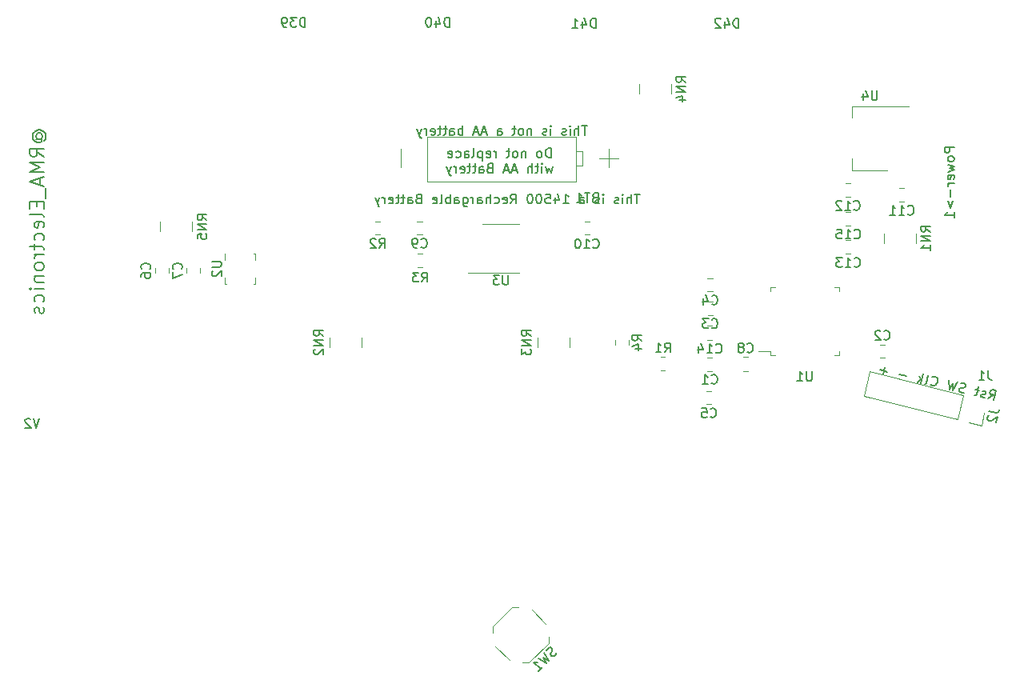
<source format=gbr>
G04 #@! TF.GenerationSoftware,KiCad,Pcbnew,(5.99.0-8823-g4657ca5d4f)*
G04 #@! TF.CreationDate,2021-02-07T20:13:51-06:00*
G04 #@! TF.ProjectId,BlueTeamCon,426c7565-5465-4616-9d43-6f6e2e6b6963,rev?*
G04 #@! TF.SameCoordinates,Original*
G04 #@! TF.FileFunction,Legend,Bot*
G04 #@! TF.FilePolarity,Positive*
%FSLAX46Y46*%
G04 Gerber Fmt 4.6, Leading zero omitted, Abs format (unit mm)*
G04 Created by KiCad (PCBNEW (5.99.0-8823-g4657ca5d4f)) date 2021-02-07 20:13:51*
%MOMM*%
%LPD*%
G01*
G04 APERTURE LIST*
%ADD10C,0.150000*%
%ADD11C,0.200000*%
%ADD12C,0.120000*%
G04 APERTURE END LIST*
D10*
X146528571Y-84047380D02*
X146528571Y-83047380D01*
X146290476Y-83047380D01*
X146147619Y-83095000D01*
X146052380Y-83190238D01*
X146004761Y-83285476D01*
X145957142Y-83475952D01*
X145957142Y-83618809D01*
X146004761Y-83809285D01*
X146052380Y-83904523D01*
X146147619Y-83999761D01*
X146290476Y-84047380D01*
X146528571Y-84047380D01*
X145385714Y-84047380D02*
X145480952Y-83999761D01*
X145528571Y-83952142D01*
X145576190Y-83856904D01*
X145576190Y-83571190D01*
X145528571Y-83475952D01*
X145480952Y-83428333D01*
X145385714Y-83380714D01*
X145242857Y-83380714D01*
X145147619Y-83428333D01*
X145100000Y-83475952D01*
X145052380Y-83571190D01*
X145052380Y-83856904D01*
X145100000Y-83952142D01*
X145147619Y-83999761D01*
X145242857Y-84047380D01*
X145385714Y-84047380D01*
X143861904Y-83380714D02*
X143861904Y-84047380D01*
X143861904Y-83475952D02*
X143814285Y-83428333D01*
X143719047Y-83380714D01*
X143576190Y-83380714D01*
X143480952Y-83428333D01*
X143433333Y-83523571D01*
X143433333Y-84047380D01*
X142814285Y-84047380D02*
X142909523Y-83999761D01*
X142957142Y-83952142D01*
X143004761Y-83856904D01*
X143004761Y-83571190D01*
X142957142Y-83475952D01*
X142909523Y-83428333D01*
X142814285Y-83380714D01*
X142671428Y-83380714D01*
X142576190Y-83428333D01*
X142528571Y-83475952D01*
X142480952Y-83571190D01*
X142480952Y-83856904D01*
X142528571Y-83952142D01*
X142576190Y-83999761D01*
X142671428Y-84047380D01*
X142814285Y-84047380D01*
X142195238Y-83380714D02*
X141814285Y-83380714D01*
X142052380Y-83047380D02*
X142052380Y-83904523D01*
X142004761Y-83999761D01*
X141909523Y-84047380D01*
X141814285Y-84047380D01*
X140719047Y-84047380D02*
X140719047Y-83380714D01*
X140719047Y-83571190D02*
X140671428Y-83475952D01*
X140623809Y-83428333D01*
X140528571Y-83380714D01*
X140433333Y-83380714D01*
X139719047Y-83999761D02*
X139814285Y-84047380D01*
X140004761Y-84047380D01*
X140100000Y-83999761D01*
X140147619Y-83904523D01*
X140147619Y-83523571D01*
X140100000Y-83428333D01*
X140004761Y-83380714D01*
X139814285Y-83380714D01*
X139719047Y-83428333D01*
X139671428Y-83523571D01*
X139671428Y-83618809D01*
X140147619Y-83714047D01*
X139242857Y-83380714D02*
X139242857Y-84380714D01*
X139242857Y-83428333D02*
X139147619Y-83380714D01*
X138957142Y-83380714D01*
X138861904Y-83428333D01*
X138814285Y-83475952D01*
X138766666Y-83571190D01*
X138766666Y-83856904D01*
X138814285Y-83952142D01*
X138861904Y-83999761D01*
X138957142Y-84047380D01*
X139147619Y-84047380D01*
X139242857Y-83999761D01*
X138195238Y-84047380D02*
X138290476Y-83999761D01*
X138338095Y-83904523D01*
X138338095Y-83047380D01*
X137385714Y-84047380D02*
X137385714Y-83523571D01*
X137433333Y-83428333D01*
X137528571Y-83380714D01*
X137719047Y-83380714D01*
X137814285Y-83428333D01*
X137385714Y-83999761D02*
X137480952Y-84047380D01*
X137719047Y-84047380D01*
X137814285Y-83999761D01*
X137861904Y-83904523D01*
X137861904Y-83809285D01*
X137814285Y-83714047D01*
X137719047Y-83666428D01*
X137480952Y-83666428D01*
X137385714Y-83618809D01*
X136480952Y-83999761D02*
X136576190Y-84047380D01*
X136766666Y-84047380D01*
X136861904Y-83999761D01*
X136909523Y-83952142D01*
X136957142Y-83856904D01*
X136957142Y-83571190D01*
X136909523Y-83475952D01*
X136861904Y-83428333D01*
X136766666Y-83380714D01*
X136576190Y-83380714D01*
X136480952Y-83428333D01*
X135671428Y-83999761D02*
X135766666Y-84047380D01*
X135957142Y-84047380D01*
X136052380Y-83999761D01*
X136100000Y-83904523D01*
X136100000Y-83523571D01*
X136052380Y-83428333D01*
X135957142Y-83380714D01*
X135766666Y-83380714D01*
X135671428Y-83428333D01*
X135623809Y-83523571D01*
X135623809Y-83618809D01*
X136100000Y-83714047D01*
X146719047Y-84990714D02*
X146528571Y-85657380D01*
X146338095Y-85181190D01*
X146147619Y-85657380D01*
X145957142Y-84990714D01*
X145576190Y-85657380D02*
X145576190Y-84990714D01*
X145576190Y-84657380D02*
X145623809Y-84705000D01*
X145576190Y-84752619D01*
X145528571Y-84705000D01*
X145576190Y-84657380D01*
X145576190Y-84752619D01*
X145242857Y-84990714D02*
X144861904Y-84990714D01*
X145100000Y-84657380D02*
X145100000Y-85514523D01*
X145052380Y-85609761D01*
X144957142Y-85657380D01*
X144861904Y-85657380D01*
X144528571Y-85657380D02*
X144528571Y-84657380D01*
X144100000Y-85657380D02*
X144100000Y-85133571D01*
X144147619Y-85038333D01*
X144242857Y-84990714D01*
X144385714Y-84990714D01*
X144480952Y-85038333D01*
X144528571Y-85085952D01*
X142909523Y-85371666D02*
X142433333Y-85371666D01*
X143004761Y-85657380D02*
X142671428Y-84657380D01*
X142338095Y-85657380D01*
X142052380Y-85371666D02*
X141576190Y-85371666D01*
X142147619Y-85657380D02*
X141814285Y-84657380D01*
X141480952Y-85657380D01*
X140052380Y-85133571D02*
X139909523Y-85181190D01*
X139861904Y-85228809D01*
X139814285Y-85324047D01*
X139814285Y-85466904D01*
X139861904Y-85562142D01*
X139909523Y-85609761D01*
X140004761Y-85657380D01*
X140385714Y-85657380D01*
X140385714Y-84657380D01*
X140052380Y-84657380D01*
X139957142Y-84705000D01*
X139909523Y-84752619D01*
X139861904Y-84847857D01*
X139861904Y-84943095D01*
X139909523Y-85038333D01*
X139957142Y-85085952D01*
X140052380Y-85133571D01*
X140385714Y-85133571D01*
X138957142Y-85657380D02*
X138957142Y-85133571D01*
X139004761Y-85038333D01*
X139100000Y-84990714D01*
X139290476Y-84990714D01*
X139385714Y-85038333D01*
X138957142Y-85609761D02*
X139052380Y-85657380D01*
X139290476Y-85657380D01*
X139385714Y-85609761D01*
X139433333Y-85514523D01*
X139433333Y-85419285D01*
X139385714Y-85324047D01*
X139290476Y-85276428D01*
X139052380Y-85276428D01*
X138957142Y-85228809D01*
X138623809Y-84990714D02*
X138242857Y-84990714D01*
X138480952Y-84657380D02*
X138480952Y-85514523D01*
X138433333Y-85609761D01*
X138338095Y-85657380D01*
X138242857Y-85657380D01*
X138052380Y-84990714D02*
X137671428Y-84990714D01*
X137909523Y-84657380D02*
X137909523Y-85514523D01*
X137861904Y-85609761D01*
X137766666Y-85657380D01*
X137671428Y-85657380D01*
X136957142Y-85609761D02*
X137052380Y-85657380D01*
X137242857Y-85657380D01*
X137338095Y-85609761D01*
X137385714Y-85514523D01*
X137385714Y-85133571D01*
X137338095Y-85038333D01*
X137242857Y-84990714D01*
X137052380Y-84990714D01*
X136957142Y-85038333D01*
X136909523Y-85133571D01*
X136909523Y-85228809D01*
X137385714Y-85324047D01*
X136480952Y-85657380D02*
X136480952Y-84990714D01*
X136480952Y-85181190D02*
X136433333Y-85085952D01*
X136385714Y-85038333D01*
X136290476Y-84990714D01*
X136195238Y-84990714D01*
X135957142Y-84990714D02*
X135719047Y-85657380D01*
X135480952Y-84990714D02*
X135719047Y-85657380D01*
X135814285Y-85895476D01*
X135861904Y-85943095D01*
X135957142Y-85990714D01*
X92409523Y-111652380D02*
X92076190Y-112652380D01*
X91742857Y-111652380D01*
X91457142Y-111747619D02*
X91409523Y-111700000D01*
X91314285Y-111652380D01*
X91076190Y-111652380D01*
X90980952Y-111700000D01*
X90933333Y-111747619D01*
X90885714Y-111842857D01*
X90885714Y-111938095D01*
X90933333Y-112080952D01*
X91504761Y-112652380D01*
X90885714Y-112652380D01*
X150373809Y-80652380D02*
X149802380Y-80652380D01*
X150088095Y-81652380D02*
X150088095Y-80652380D01*
X149469047Y-81652380D02*
X149469047Y-80652380D01*
X149040476Y-81652380D02*
X149040476Y-81128571D01*
X149088095Y-81033333D01*
X149183333Y-80985714D01*
X149326190Y-80985714D01*
X149421428Y-81033333D01*
X149469047Y-81080952D01*
X148564285Y-81652380D02*
X148564285Y-80985714D01*
X148564285Y-80652380D02*
X148611904Y-80700000D01*
X148564285Y-80747619D01*
X148516666Y-80700000D01*
X148564285Y-80652380D01*
X148564285Y-80747619D01*
X148135714Y-81604761D02*
X148040476Y-81652380D01*
X147850000Y-81652380D01*
X147754761Y-81604761D01*
X147707142Y-81509523D01*
X147707142Y-81461904D01*
X147754761Y-81366666D01*
X147850000Y-81319047D01*
X147992857Y-81319047D01*
X148088095Y-81271428D01*
X148135714Y-81176190D01*
X148135714Y-81128571D01*
X148088095Y-81033333D01*
X147992857Y-80985714D01*
X147850000Y-80985714D01*
X147754761Y-81033333D01*
X146516666Y-81652380D02*
X146516666Y-80985714D01*
X146516666Y-80652380D02*
X146564285Y-80700000D01*
X146516666Y-80747619D01*
X146469047Y-80700000D01*
X146516666Y-80652380D01*
X146516666Y-80747619D01*
X146088095Y-81604761D02*
X145992857Y-81652380D01*
X145802380Y-81652380D01*
X145707142Y-81604761D01*
X145659523Y-81509523D01*
X145659523Y-81461904D01*
X145707142Y-81366666D01*
X145802380Y-81319047D01*
X145945238Y-81319047D01*
X146040476Y-81271428D01*
X146088095Y-81176190D01*
X146088095Y-81128571D01*
X146040476Y-81033333D01*
X145945238Y-80985714D01*
X145802380Y-80985714D01*
X145707142Y-81033333D01*
X144469047Y-80985714D02*
X144469047Y-81652380D01*
X144469047Y-81080952D02*
X144421428Y-81033333D01*
X144326190Y-80985714D01*
X144183333Y-80985714D01*
X144088095Y-81033333D01*
X144040476Y-81128571D01*
X144040476Y-81652380D01*
X143421428Y-81652380D02*
X143516666Y-81604761D01*
X143564285Y-81557142D01*
X143611904Y-81461904D01*
X143611904Y-81176190D01*
X143564285Y-81080952D01*
X143516666Y-81033333D01*
X143421428Y-80985714D01*
X143278571Y-80985714D01*
X143183333Y-81033333D01*
X143135714Y-81080952D01*
X143088095Y-81176190D01*
X143088095Y-81461904D01*
X143135714Y-81557142D01*
X143183333Y-81604761D01*
X143278571Y-81652380D01*
X143421428Y-81652380D01*
X142802380Y-80985714D02*
X142421428Y-80985714D01*
X142659523Y-80652380D02*
X142659523Y-81509523D01*
X142611904Y-81604761D01*
X142516666Y-81652380D01*
X142421428Y-81652380D01*
X140897619Y-81652380D02*
X140897619Y-81128571D01*
X140945238Y-81033333D01*
X141040476Y-80985714D01*
X141230952Y-80985714D01*
X141326190Y-81033333D01*
X140897619Y-81604761D02*
X140992857Y-81652380D01*
X141230952Y-81652380D01*
X141326190Y-81604761D01*
X141373809Y-81509523D01*
X141373809Y-81414285D01*
X141326190Y-81319047D01*
X141230952Y-81271428D01*
X140992857Y-81271428D01*
X140897619Y-81223809D01*
X139707142Y-81366666D02*
X139230952Y-81366666D01*
X139802380Y-81652380D02*
X139469047Y-80652380D01*
X139135714Y-81652380D01*
X138850000Y-81366666D02*
X138373809Y-81366666D01*
X138945238Y-81652380D02*
X138611904Y-80652380D01*
X138278571Y-81652380D01*
X137183333Y-81652380D02*
X137183333Y-80652380D01*
X137183333Y-81033333D02*
X137088095Y-80985714D01*
X136897619Y-80985714D01*
X136802380Y-81033333D01*
X136754761Y-81080952D01*
X136707142Y-81176190D01*
X136707142Y-81461904D01*
X136754761Y-81557142D01*
X136802380Y-81604761D01*
X136897619Y-81652380D01*
X137088095Y-81652380D01*
X137183333Y-81604761D01*
X135850000Y-81652380D02*
X135850000Y-81128571D01*
X135897619Y-81033333D01*
X135992857Y-80985714D01*
X136183333Y-80985714D01*
X136278571Y-81033333D01*
X135850000Y-81604761D02*
X135945238Y-81652380D01*
X136183333Y-81652380D01*
X136278571Y-81604761D01*
X136326190Y-81509523D01*
X136326190Y-81414285D01*
X136278571Y-81319047D01*
X136183333Y-81271428D01*
X135945238Y-81271428D01*
X135850000Y-81223809D01*
X135516666Y-80985714D02*
X135135714Y-80985714D01*
X135373809Y-80652380D02*
X135373809Y-81509523D01*
X135326190Y-81604761D01*
X135230952Y-81652380D01*
X135135714Y-81652380D01*
X134945238Y-80985714D02*
X134564285Y-80985714D01*
X134802380Y-80652380D02*
X134802380Y-81509523D01*
X134754761Y-81604761D01*
X134659523Y-81652380D01*
X134564285Y-81652380D01*
X133850000Y-81604761D02*
X133945238Y-81652380D01*
X134135714Y-81652380D01*
X134230952Y-81604761D01*
X134278571Y-81509523D01*
X134278571Y-81128571D01*
X134230952Y-81033333D01*
X134135714Y-80985714D01*
X133945238Y-80985714D01*
X133850000Y-81033333D01*
X133802380Y-81128571D01*
X133802380Y-81223809D01*
X134278571Y-81319047D01*
X133373809Y-81652380D02*
X133373809Y-80985714D01*
X133373809Y-81176190D02*
X133326190Y-81080952D01*
X133278571Y-81033333D01*
X133183333Y-80985714D01*
X133088095Y-80985714D01*
X132850000Y-80985714D02*
X132611904Y-81652380D01*
X132373809Y-80985714D02*
X132611904Y-81652380D01*
X132707142Y-81890476D01*
X132754761Y-81938095D01*
X132850000Y-81985714D01*
D11*
X192829068Y-109556136D02*
X193277217Y-109170883D01*
X193413690Y-109691106D02*
X193638641Y-108716736D01*
X193248893Y-108626756D01*
X193140744Y-108650659D01*
X193081313Y-108685810D01*
X193011171Y-108767360D01*
X192979035Y-108906556D01*
X193006330Y-109010600D01*
X193044336Y-109068246D01*
X193131061Y-109137140D01*
X193520809Y-109227121D01*
X192450031Y-109419757D02*
X192341883Y-109443660D01*
X192147008Y-109398670D01*
X192060283Y-109329776D01*
X192032989Y-109225732D01*
X192043701Y-109179333D01*
X192113843Y-109097783D01*
X192221992Y-109073880D01*
X192368148Y-109107623D01*
X192476297Y-109083719D01*
X192546439Y-109002169D01*
X192557151Y-108955771D01*
X192529856Y-108851726D01*
X192443131Y-108782833D01*
X192296976Y-108749090D01*
X192188827Y-108772993D01*
X191858509Y-108647862D02*
X191468761Y-108557881D01*
X191787338Y-108289329D02*
X191594522Y-109124504D01*
X191524380Y-109206053D01*
X191416231Y-109229957D01*
X191318794Y-109207462D01*
X190257699Y-108913617D02*
X190100831Y-108926273D01*
X189857239Y-108870035D01*
X189770514Y-108801141D01*
X189732507Y-108743495D01*
X189705213Y-108639450D01*
X189726637Y-108546653D01*
X189796779Y-108465104D01*
X189856209Y-108429953D01*
X189964358Y-108406049D01*
X190169944Y-108404641D01*
X190278093Y-108380737D01*
X190337524Y-108345586D01*
X190407666Y-108264037D01*
X190429090Y-108171240D01*
X190401796Y-108067195D01*
X190363789Y-108009549D01*
X190277064Y-107940655D01*
X190033471Y-107884417D01*
X189876604Y-107897073D01*
X189546286Y-107771942D02*
X189077743Y-108690074D01*
X189043548Y-107949105D01*
X188687995Y-108600094D01*
X188669353Y-107569486D01*
X186711960Y-108046147D02*
X186749967Y-108103793D01*
X186885410Y-108183934D01*
X186982847Y-108206429D01*
X187139715Y-108193773D01*
X187258576Y-108123471D01*
X187328718Y-108041922D01*
X187420284Y-107867575D01*
X187452420Y-107728379D01*
X187446549Y-107531537D01*
X187419255Y-107427493D01*
X187343242Y-107312200D01*
X187207798Y-107232059D01*
X187110361Y-107209564D01*
X186953494Y-107222220D01*
X186894063Y-107257371D01*
X186105914Y-108003973D02*
X186214063Y-107980070D01*
X186284205Y-107898520D01*
X186477021Y-107063346D01*
X185716166Y-107913993D02*
X185941117Y-106939623D01*
X185704425Y-107520309D02*
X185326418Y-107824013D01*
X185476385Y-107174432D02*
X185780438Y-107635601D01*
X184194151Y-107171635D02*
X183414655Y-106991674D01*
X182147974Y-106699238D02*
X181368478Y-106519277D01*
X181672530Y-106980446D02*
X181843922Y-106238069D01*
D10*
X155923809Y-87902380D02*
X155352380Y-87902380D01*
X155638095Y-88902380D02*
X155638095Y-87902380D01*
X155019047Y-88902380D02*
X155019047Y-87902380D01*
X154590476Y-88902380D02*
X154590476Y-88378571D01*
X154638095Y-88283333D01*
X154733333Y-88235714D01*
X154876190Y-88235714D01*
X154971428Y-88283333D01*
X155019047Y-88330952D01*
X154114285Y-88902380D02*
X154114285Y-88235714D01*
X154114285Y-87902380D02*
X154161904Y-87950000D01*
X154114285Y-87997619D01*
X154066666Y-87950000D01*
X154114285Y-87902380D01*
X154114285Y-87997619D01*
X153685714Y-88854761D02*
X153590476Y-88902380D01*
X153400000Y-88902380D01*
X153304761Y-88854761D01*
X153257142Y-88759523D01*
X153257142Y-88711904D01*
X153304761Y-88616666D01*
X153400000Y-88569047D01*
X153542857Y-88569047D01*
X153638095Y-88521428D01*
X153685714Y-88426190D01*
X153685714Y-88378571D01*
X153638095Y-88283333D01*
X153542857Y-88235714D01*
X153400000Y-88235714D01*
X153304761Y-88283333D01*
X152066666Y-88902380D02*
X152066666Y-88235714D01*
X152066666Y-87902380D02*
X152114285Y-87950000D01*
X152066666Y-87997619D01*
X152019047Y-87950000D01*
X152066666Y-87902380D01*
X152066666Y-87997619D01*
X151638095Y-88854761D02*
X151542857Y-88902380D01*
X151352380Y-88902380D01*
X151257142Y-88854761D01*
X151209523Y-88759523D01*
X151209523Y-88711904D01*
X151257142Y-88616666D01*
X151352380Y-88569047D01*
X151495238Y-88569047D01*
X151590476Y-88521428D01*
X151638095Y-88426190D01*
X151638095Y-88378571D01*
X151590476Y-88283333D01*
X151495238Y-88235714D01*
X151352380Y-88235714D01*
X151257142Y-88283333D01*
X149590476Y-88902380D02*
X149590476Y-88378571D01*
X149638095Y-88283333D01*
X149733333Y-88235714D01*
X149923809Y-88235714D01*
X150019047Y-88283333D01*
X149590476Y-88854761D02*
X149685714Y-88902380D01*
X149923809Y-88902380D01*
X150019047Y-88854761D01*
X150066666Y-88759523D01*
X150066666Y-88664285D01*
X150019047Y-88569047D01*
X149923809Y-88521428D01*
X149685714Y-88521428D01*
X149590476Y-88473809D01*
X147828571Y-88902380D02*
X148400000Y-88902380D01*
X148114285Y-88902380D02*
X148114285Y-87902380D01*
X148209523Y-88045238D01*
X148304761Y-88140476D01*
X148400000Y-88188095D01*
X146971428Y-88235714D02*
X146971428Y-88902380D01*
X147209523Y-87854761D02*
X147447619Y-88569047D01*
X146828571Y-88569047D01*
X145971428Y-87902380D02*
X146447619Y-87902380D01*
X146495238Y-88378571D01*
X146447619Y-88330952D01*
X146352380Y-88283333D01*
X146114285Y-88283333D01*
X146019047Y-88330952D01*
X145971428Y-88378571D01*
X145923809Y-88473809D01*
X145923809Y-88711904D01*
X145971428Y-88807142D01*
X146019047Y-88854761D01*
X146114285Y-88902380D01*
X146352380Y-88902380D01*
X146447619Y-88854761D01*
X146495238Y-88807142D01*
X145304761Y-87902380D02*
X145209523Y-87902380D01*
X145114285Y-87950000D01*
X145066666Y-87997619D01*
X145019047Y-88092857D01*
X144971428Y-88283333D01*
X144971428Y-88521428D01*
X145019047Y-88711904D01*
X145066666Y-88807142D01*
X145114285Y-88854761D01*
X145209523Y-88902380D01*
X145304761Y-88902380D01*
X145400000Y-88854761D01*
X145447619Y-88807142D01*
X145495238Y-88711904D01*
X145542857Y-88521428D01*
X145542857Y-88283333D01*
X145495238Y-88092857D01*
X145447619Y-87997619D01*
X145400000Y-87950000D01*
X145304761Y-87902380D01*
X144352380Y-87902380D02*
X144257142Y-87902380D01*
X144161904Y-87950000D01*
X144114285Y-87997619D01*
X144066666Y-88092857D01*
X144019047Y-88283333D01*
X144019047Y-88521428D01*
X144066666Y-88711904D01*
X144114285Y-88807142D01*
X144161904Y-88854761D01*
X144257142Y-88902380D01*
X144352380Y-88902380D01*
X144447619Y-88854761D01*
X144495238Y-88807142D01*
X144542857Y-88711904D01*
X144590476Y-88521428D01*
X144590476Y-88283333D01*
X144542857Y-88092857D01*
X144495238Y-87997619D01*
X144447619Y-87950000D01*
X144352380Y-87902380D01*
X142257142Y-88902380D02*
X142590476Y-88426190D01*
X142828571Y-88902380D02*
X142828571Y-87902380D01*
X142447619Y-87902380D01*
X142352380Y-87950000D01*
X142304761Y-87997619D01*
X142257142Y-88092857D01*
X142257142Y-88235714D01*
X142304761Y-88330952D01*
X142352380Y-88378571D01*
X142447619Y-88426190D01*
X142828571Y-88426190D01*
X141447619Y-88854761D02*
X141542857Y-88902380D01*
X141733333Y-88902380D01*
X141828571Y-88854761D01*
X141876190Y-88759523D01*
X141876190Y-88378571D01*
X141828571Y-88283333D01*
X141733333Y-88235714D01*
X141542857Y-88235714D01*
X141447619Y-88283333D01*
X141400000Y-88378571D01*
X141400000Y-88473809D01*
X141876190Y-88569047D01*
X140542857Y-88854761D02*
X140638095Y-88902380D01*
X140828571Y-88902380D01*
X140923809Y-88854761D01*
X140971428Y-88807142D01*
X141019047Y-88711904D01*
X141019047Y-88426190D01*
X140971428Y-88330952D01*
X140923809Y-88283333D01*
X140828571Y-88235714D01*
X140638095Y-88235714D01*
X140542857Y-88283333D01*
X140114285Y-88902380D02*
X140114285Y-87902380D01*
X139685714Y-88902380D02*
X139685714Y-88378571D01*
X139733333Y-88283333D01*
X139828571Y-88235714D01*
X139971428Y-88235714D01*
X140066666Y-88283333D01*
X140114285Y-88330952D01*
X138780952Y-88902380D02*
X138780952Y-88378571D01*
X138828571Y-88283333D01*
X138923809Y-88235714D01*
X139114285Y-88235714D01*
X139209523Y-88283333D01*
X138780952Y-88854761D02*
X138876190Y-88902380D01*
X139114285Y-88902380D01*
X139209523Y-88854761D01*
X139257142Y-88759523D01*
X139257142Y-88664285D01*
X139209523Y-88569047D01*
X139114285Y-88521428D01*
X138876190Y-88521428D01*
X138780952Y-88473809D01*
X138304761Y-88902380D02*
X138304761Y-88235714D01*
X138304761Y-88426190D02*
X138257142Y-88330952D01*
X138209523Y-88283333D01*
X138114285Y-88235714D01*
X138019047Y-88235714D01*
X137257142Y-88235714D02*
X137257142Y-89045238D01*
X137304761Y-89140476D01*
X137352380Y-89188095D01*
X137447619Y-89235714D01*
X137590476Y-89235714D01*
X137685714Y-89188095D01*
X137257142Y-88854761D02*
X137352380Y-88902380D01*
X137542857Y-88902380D01*
X137638095Y-88854761D01*
X137685714Y-88807142D01*
X137733333Y-88711904D01*
X137733333Y-88426190D01*
X137685714Y-88330952D01*
X137638095Y-88283333D01*
X137542857Y-88235714D01*
X137352380Y-88235714D01*
X137257142Y-88283333D01*
X136352380Y-88902380D02*
X136352380Y-88378571D01*
X136400000Y-88283333D01*
X136495238Y-88235714D01*
X136685714Y-88235714D01*
X136780952Y-88283333D01*
X136352380Y-88854761D02*
X136447619Y-88902380D01*
X136685714Y-88902380D01*
X136780952Y-88854761D01*
X136828571Y-88759523D01*
X136828571Y-88664285D01*
X136780952Y-88569047D01*
X136685714Y-88521428D01*
X136447619Y-88521428D01*
X136352380Y-88473809D01*
X135876190Y-88902380D02*
X135876190Y-87902380D01*
X135876190Y-88283333D02*
X135780952Y-88235714D01*
X135590476Y-88235714D01*
X135495238Y-88283333D01*
X135447619Y-88330952D01*
X135400000Y-88426190D01*
X135400000Y-88711904D01*
X135447619Y-88807142D01*
X135495238Y-88854761D01*
X135590476Y-88902380D01*
X135780952Y-88902380D01*
X135876190Y-88854761D01*
X134828571Y-88902380D02*
X134923809Y-88854761D01*
X134971428Y-88759523D01*
X134971428Y-87902380D01*
X134066666Y-88854761D02*
X134161904Y-88902380D01*
X134352380Y-88902380D01*
X134447619Y-88854761D01*
X134495238Y-88759523D01*
X134495238Y-88378571D01*
X134447619Y-88283333D01*
X134352380Y-88235714D01*
X134161904Y-88235714D01*
X134066666Y-88283333D01*
X134019047Y-88378571D01*
X134019047Y-88473809D01*
X134495238Y-88569047D01*
X132495238Y-88378571D02*
X132352380Y-88426190D01*
X132304761Y-88473809D01*
X132257142Y-88569047D01*
X132257142Y-88711904D01*
X132304761Y-88807142D01*
X132352380Y-88854761D01*
X132447619Y-88902380D01*
X132828571Y-88902380D01*
X132828571Y-87902380D01*
X132495238Y-87902380D01*
X132400000Y-87950000D01*
X132352380Y-87997619D01*
X132304761Y-88092857D01*
X132304761Y-88188095D01*
X132352380Y-88283333D01*
X132400000Y-88330952D01*
X132495238Y-88378571D01*
X132828571Y-88378571D01*
X131400000Y-88902380D02*
X131400000Y-88378571D01*
X131447619Y-88283333D01*
X131542857Y-88235714D01*
X131733333Y-88235714D01*
X131828571Y-88283333D01*
X131400000Y-88854761D02*
X131495238Y-88902380D01*
X131733333Y-88902380D01*
X131828571Y-88854761D01*
X131876190Y-88759523D01*
X131876190Y-88664285D01*
X131828571Y-88569047D01*
X131733333Y-88521428D01*
X131495238Y-88521428D01*
X131400000Y-88473809D01*
X131066666Y-88235714D02*
X130685714Y-88235714D01*
X130923809Y-87902380D02*
X130923809Y-88759523D01*
X130876190Y-88854761D01*
X130780952Y-88902380D01*
X130685714Y-88902380D01*
X130495238Y-88235714D02*
X130114285Y-88235714D01*
X130352380Y-87902380D02*
X130352380Y-88759523D01*
X130304761Y-88854761D01*
X130209523Y-88902380D01*
X130114285Y-88902380D01*
X129400000Y-88854761D02*
X129495238Y-88902380D01*
X129685714Y-88902380D01*
X129780952Y-88854761D01*
X129828571Y-88759523D01*
X129828571Y-88378571D01*
X129780952Y-88283333D01*
X129685714Y-88235714D01*
X129495238Y-88235714D01*
X129400000Y-88283333D01*
X129352380Y-88378571D01*
X129352380Y-88473809D01*
X129828571Y-88569047D01*
X128923809Y-88902380D02*
X128923809Y-88235714D01*
X128923809Y-88426190D02*
X128876190Y-88330952D01*
X128828571Y-88283333D01*
X128733333Y-88235714D01*
X128638095Y-88235714D01*
X128400000Y-88235714D02*
X128161904Y-88902380D01*
X127923809Y-88235714D02*
X128161904Y-88902380D01*
X128257142Y-89140476D01*
X128304761Y-89188095D01*
X128400000Y-89235714D01*
D11*
X92164285Y-82085714D02*
X92092857Y-82014285D01*
X92021428Y-81871428D01*
X92021428Y-81728571D01*
X92092857Y-81585714D01*
X92164285Y-81514285D01*
X92307142Y-81442857D01*
X92450000Y-81442857D01*
X92592857Y-81514285D01*
X92664285Y-81585714D01*
X92735714Y-81728571D01*
X92735714Y-81871428D01*
X92664285Y-82014285D01*
X92592857Y-82085714D01*
X92021428Y-82085714D02*
X92592857Y-82085714D01*
X92664285Y-82157142D01*
X92664285Y-82228571D01*
X92592857Y-82371428D01*
X92450000Y-82442857D01*
X92092857Y-82442857D01*
X91878571Y-82300000D01*
X91735714Y-82085714D01*
X91664285Y-81800000D01*
X91735714Y-81514285D01*
X91878571Y-81300000D01*
X92092857Y-81157142D01*
X92378571Y-81085714D01*
X92664285Y-81157142D01*
X92878571Y-81300000D01*
X93021428Y-81514285D01*
X93092857Y-81800000D01*
X93021428Y-82085714D01*
X92878571Y-82300000D01*
X92878571Y-83942857D02*
X92164285Y-83442857D01*
X92878571Y-83085714D02*
X91378571Y-83085714D01*
X91378571Y-83657142D01*
X91450000Y-83800000D01*
X91521428Y-83871428D01*
X91664285Y-83942857D01*
X91878571Y-83942857D01*
X92021428Y-83871428D01*
X92092857Y-83800000D01*
X92164285Y-83657142D01*
X92164285Y-83085714D01*
X92878571Y-84585714D02*
X91378571Y-84585714D01*
X92450000Y-85085714D01*
X91378571Y-85585714D01*
X92878571Y-85585714D01*
X92450000Y-86228571D02*
X92450000Y-86942857D01*
X92878571Y-86085714D02*
X91378571Y-86585714D01*
X92878571Y-87085714D01*
X93021428Y-87228571D02*
X93021428Y-88371428D01*
X92092857Y-88728571D02*
X92092857Y-89228571D01*
X92878571Y-89442857D02*
X92878571Y-88728571D01*
X91378571Y-88728571D01*
X91378571Y-89442857D01*
X92878571Y-90300000D02*
X92807142Y-90157142D01*
X92664285Y-90085714D01*
X91378571Y-90085714D01*
X92807142Y-91442857D02*
X92878571Y-91300000D01*
X92878571Y-91014285D01*
X92807142Y-90871428D01*
X92664285Y-90800000D01*
X92092857Y-90800000D01*
X91950000Y-90871428D01*
X91878571Y-91014285D01*
X91878571Y-91300000D01*
X91950000Y-91442857D01*
X92092857Y-91514285D01*
X92235714Y-91514285D01*
X92378571Y-90800000D01*
X92807142Y-92800000D02*
X92878571Y-92657142D01*
X92878571Y-92371428D01*
X92807142Y-92228571D01*
X92735714Y-92157142D01*
X92592857Y-92085714D01*
X92164285Y-92085714D01*
X92021428Y-92157142D01*
X91950000Y-92228571D01*
X91878571Y-92371428D01*
X91878571Y-92657142D01*
X91950000Y-92800000D01*
X91878571Y-93228571D02*
X91878571Y-93800000D01*
X91378571Y-93442857D02*
X92664285Y-93442857D01*
X92807142Y-93514285D01*
X92878571Y-93657142D01*
X92878571Y-93800000D01*
X92878571Y-94300000D02*
X91878571Y-94300000D01*
X92164285Y-94300000D02*
X92021428Y-94371428D01*
X91950000Y-94442857D01*
X91878571Y-94585714D01*
X91878571Y-94728571D01*
X92878571Y-95442857D02*
X92807142Y-95300000D01*
X92735714Y-95228571D01*
X92592857Y-95157142D01*
X92164285Y-95157142D01*
X92021428Y-95228571D01*
X91950000Y-95300000D01*
X91878571Y-95442857D01*
X91878571Y-95657142D01*
X91950000Y-95800000D01*
X92021428Y-95871428D01*
X92164285Y-95942857D01*
X92592857Y-95942857D01*
X92735714Y-95871428D01*
X92807142Y-95800000D01*
X92878571Y-95657142D01*
X92878571Y-95442857D01*
X91878571Y-96585714D02*
X92878571Y-96585714D01*
X92021428Y-96585714D02*
X91950000Y-96657142D01*
X91878571Y-96800000D01*
X91878571Y-97014285D01*
X91950000Y-97157142D01*
X92092857Y-97228571D01*
X92878571Y-97228571D01*
X92878571Y-97942857D02*
X91878571Y-97942857D01*
X91378571Y-97942857D02*
X91450000Y-97871428D01*
X91521428Y-97942857D01*
X91450000Y-98014285D01*
X91378571Y-97942857D01*
X91521428Y-97942857D01*
X92807142Y-99300000D02*
X92878571Y-99157142D01*
X92878571Y-98871428D01*
X92807142Y-98728571D01*
X92735714Y-98657142D01*
X92592857Y-98585714D01*
X92164285Y-98585714D01*
X92021428Y-98657142D01*
X91950000Y-98728571D01*
X91878571Y-98871428D01*
X91878571Y-99157142D01*
X91950000Y-99300000D01*
X92807142Y-99871428D02*
X92878571Y-100014285D01*
X92878571Y-100300000D01*
X92807142Y-100442857D01*
X92664285Y-100514285D01*
X92592857Y-100514285D01*
X92450000Y-100442857D01*
X92378571Y-100300000D01*
X92378571Y-100085714D01*
X92307142Y-99942857D01*
X92164285Y-99871428D01*
X92092857Y-99871428D01*
X91950000Y-99942857D01*
X91878571Y-100085714D01*
X91878571Y-100300000D01*
X91950000Y-100442857D01*
D10*
X151185714Y-88278571D02*
X151042857Y-88326190D01*
X150995238Y-88373809D01*
X150947619Y-88469047D01*
X150947619Y-88611904D01*
X150995238Y-88707142D01*
X151042857Y-88754761D01*
X151138095Y-88802380D01*
X151519047Y-88802380D01*
X151519047Y-87802380D01*
X151185714Y-87802380D01*
X151090476Y-87850000D01*
X151042857Y-87897619D01*
X150995238Y-87992857D01*
X150995238Y-88088095D01*
X151042857Y-88183333D01*
X151090476Y-88230952D01*
X151185714Y-88278571D01*
X151519047Y-88278571D01*
X150661904Y-87802380D02*
X150090476Y-87802380D01*
X150376190Y-88802380D02*
X150376190Y-87802380D01*
X149233333Y-88802380D02*
X149804761Y-88802380D01*
X149519047Y-88802380D02*
X149519047Y-87802380D01*
X149614285Y-87945238D01*
X149709523Y-88040476D01*
X149804761Y-88088095D01*
X160802380Y-76059523D02*
X160326190Y-75726190D01*
X160802380Y-75488095D02*
X159802380Y-75488095D01*
X159802380Y-75869047D01*
X159850000Y-75964285D01*
X159897619Y-76011904D01*
X159992857Y-76059523D01*
X160135714Y-76059523D01*
X160230952Y-76011904D01*
X160278571Y-75964285D01*
X160326190Y-75869047D01*
X160326190Y-75488095D01*
X160802380Y-76488095D02*
X159802380Y-76488095D01*
X160802380Y-77059523D01*
X159802380Y-77059523D01*
X160135714Y-77964285D02*
X160802380Y-77964285D01*
X159754761Y-77726190D02*
X160469047Y-77488095D01*
X160469047Y-78107142D01*
X144452380Y-102909523D02*
X143976190Y-102576190D01*
X144452380Y-102338095D02*
X143452380Y-102338095D01*
X143452380Y-102719047D01*
X143500000Y-102814285D01*
X143547619Y-102861904D01*
X143642857Y-102909523D01*
X143785714Y-102909523D01*
X143880952Y-102861904D01*
X143928571Y-102814285D01*
X143976190Y-102719047D01*
X143976190Y-102338095D01*
X144452380Y-103338095D02*
X143452380Y-103338095D01*
X144452380Y-103909523D01*
X143452380Y-103909523D01*
X143452380Y-104290476D02*
X143452380Y-104909523D01*
X143833333Y-104576190D01*
X143833333Y-104719047D01*
X143880952Y-104814285D01*
X143928571Y-104861904D01*
X144023809Y-104909523D01*
X144261904Y-104909523D01*
X144357142Y-104861904D01*
X144404761Y-104814285D01*
X144452380Y-104719047D01*
X144452380Y-104433333D01*
X144404761Y-104338095D01*
X144357142Y-104290476D01*
X122452380Y-102909523D02*
X121976190Y-102576190D01*
X122452380Y-102338095D02*
X121452380Y-102338095D01*
X121452380Y-102719047D01*
X121500000Y-102814285D01*
X121547619Y-102861904D01*
X121642857Y-102909523D01*
X121785714Y-102909523D01*
X121880952Y-102861904D01*
X121928571Y-102814285D01*
X121976190Y-102719047D01*
X121976190Y-102338095D01*
X122452380Y-103338095D02*
X121452380Y-103338095D01*
X122452380Y-103909523D01*
X121452380Y-103909523D01*
X121547619Y-104338095D02*
X121500000Y-104385714D01*
X121452380Y-104480952D01*
X121452380Y-104719047D01*
X121500000Y-104814285D01*
X121547619Y-104861904D01*
X121642857Y-104909523D01*
X121738095Y-104909523D01*
X121880952Y-104861904D01*
X122452380Y-104290476D01*
X122452380Y-104909523D01*
X158566666Y-104652380D02*
X158900000Y-104176190D01*
X159138095Y-104652380D02*
X159138095Y-103652380D01*
X158757142Y-103652380D01*
X158661904Y-103700000D01*
X158614285Y-103747619D01*
X158566666Y-103842857D01*
X158566666Y-103985714D01*
X158614285Y-104080952D01*
X158661904Y-104128571D01*
X158757142Y-104176190D01*
X159138095Y-104176190D01*
X157614285Y-104652380D02*
X158185714Y-104652380D01*
X157900000Y-104652380D02*
X157900000Y-103652380D01*
X157995238Y-103795238D01*
X158090476Y-103890476D01*
X158185714Y-103938095D01*
X178642857Y-92537142D02*
X178690476Y-92584761D01*
X178833333Y-92632380D01*
X178928571Y-92632380D01*
X179071428Y-92584761D01*
X179166666Y-92489523D01*
X179214285Y-92394285D01*
X179261904Y-92203809D01*
X179261904Y-92060952D01*
X179214285Y-91870476D01*
X179166666Y-91775238D01*
X179071428Y-91680000D01*
X178928571Y-91632380D01*
X178833333Y-91632380D01*
X178690476Y-91680000D01*
X178642857Y-91727619D01*
X177690476Y-92632380D02*
X178261904Y-92632380D01*
X177976190Y-92632380D02*
X177976190Y-91632380D01*
X178071428Y-91775238D01*
X178166666Y-91870476D01*
X178261904Y-91918095D01*
X176785714Y-91632380D02*
X177261904Y-91632380D01*
X177309523Y-92108571D01*
X177261904Y-92060952D01*
X177166666Y-92013333D01*
X176928571Y-92013333D01*
X176833333Y-92060952D01*
X176785714Y-92108571D01*
X176738095Y-92203809D01*
X176738095Y-92441904D01*
X176785714Y-92537142D01*
X176833333Y-92584761D01*
X176928571Y-92632380D01*
X177166666Y-92632380D01*
X177261904Y-92584761D01*
X177309523Y-92537142D01*
X163992857Y-104637142D02*
X164040476Y-104684761D01*
X164183333Y-104732380D01*
X164278571Y-104732380D01*
X164421428Y-104684761D01*
X164516666Y-104589523D01*
X164564285Y-104494285D01*
X164611904Y-104303809D01*
X164611904Y-104160952D01*
X164564285Y-103970476D01*
X164516666Y-103875238D01*
X164421428Y-103780000D01*
X164278571Y-103732380D01*
X164183333Y-103732380D01*
X164040476Y-103780000D01*
X163992857Y-103827619D01*
X163040476Y-104732380D02*
X163611904Y-104732380D01*
X163326190Y-104732380D02*
X163326190Y-103732380D01*
X163421428Y-103875238D01*
X163516666Y-103970476D01*
X163611904Y-104018095D01*
X162183333Y-104065714D02*
X162183333Y-104732380D01*
X162421428Y-103684761D02*
X162659523Y-104399047D01*
X162040476Y-104399047D01*
X178642857Y-95537142D02*
X178690476Y-95584761D01*
X178833333Y-95632380D01*
X178928571Y-95632380D01*
X179071428Y-95584761D01*
X179166666Y-95489523D01*
X179214285Y-95394285D01*
X179261904Y-95203809D01*
X179261904Y-95060952D01*
X179214285Y-94870476D01*
X179166666Y-94775238D01*
X179071428Y-94680000D01*
X178928571Y-94632380D01*
X178833333Y-94632380D01*
X178690476Y-94680000D01*
X178642857Y-94727619D01*
X177690476Y-95632380D02*
X178261904Y-95632380D01*
X177976190Y-95632380D02*
X177976190Y-94632380D01*
X178071428Y-94775238D01*
X178166666Y-94870476D01*
X178261904Y-94918095D01*
X177357142Y-94632380D02*
X176738095Y-94632380D01*
X177071428Y-95013333D01*
X176928571Y-95013333D01*
X176833333Y-95060952D01*
X176785714Y-95108571D01*
X176738095Y-95203809D01*
X176738095Y-95441904D01*
X176785714Y-95537142D01*
X176833333Y-95584761D01*
X176928571Y-95632380D01*
X177214285Y-95632380D01*
X177309523Y-95584761D01*
X177357142Y-95537142D01*
X167316666Y-104577142D02*
X167364285Y-104624761D01*
X167507142Y-104672380D01*
X167602380Y-104672380D01*
X167745238Y-104624761D01*
X167840476Y-104529523D01*
X167888095Y-104434285D01*
X167935714Y-104243809D01*
X167935714Y-104100952D01*
X167888095Y-103910476D01*
X167840476Y-103815238D01*
X167745238Y-103720000D01*
X167602380Y-103672380D01*
X167507142Y-103672380D01*
X167364285Y-103720000D01*
X167316666Y-103767619D01*
X166745238Y-104100952D02*
X166840476Y-104053333D01*
X166888095Y-104005714D01*
X166935714Y-103910476D01*
X166935714Y-103862857D01*
X166888095Y-103767619D01*
X166840476Y-103720000D01*
X166745238Y-103672380D01*
X166554761Y-103672380D01*
X166459523Y-103720000D01*
X166411904Y-103767619D01*
X166364285Y-103862857D01*
X166364285Y-103910476D01*
X166411904Y-104005714D01*
X166459523Y-104053333D01*
X166554761Y-104100952D01*
X166745238Y-104100952D01*
X166840476Y-104148571D01*
X166888095Y-104196190D01*
X166935714Y-104291428D01*
X166935714Y-104481904D01*
X166888095Y-104577142D01*
X166840476Y-104624761D01*
X166745238Y-104672380D01*
X166554761Y-104672380D01*
X166459523Y-104624761D01*
X166411904Y-104577142D01*
X166364285Y-104481904D01*
X166364285Y-104291428D01*
X166411904Y-104196190D01*
X166459523Y-104148571D01*
X166554761Y-104100952D01*
X163529166Y-107907142D02*
X163576785Y-107954761D01*
X163719642Y-108002380D01*
X163814880Y-108002380D01*
X163957738Y-107954761D01*
X164052976Y-107859523D01*
X164100595Y-107764285D01*
X164148214Y-107573809D01*
X164148214Y-107430952D01*
X164100595Y-107240476D01*
X164052976Y-107145238D01*
X163957738Y-107050000D01*
X163814880Y-107002380D01*
X163719642Y-107002380D01*
X163576785Y-107050000D01*
X163529166Y-107097619D01*
X162576785Y-108002380D02*
X163148214Y-108002380D01*
X162862500Y-108002380D02*
X162862500Y-107002380D01*
X162957738Y-107145238D01*
X163052976Y-107240476D01*
X163148214Y-107288095D01*
X181779167Y-103232142D02*
X181826786Y-103279761D01*
X181969643Y-103327380D01*
X182064881Y-103327380D01*
X182207739Y-103279761D01*
X182302977Y-103184523D01*
X182350596Y-103089285D01*
X182398215Y-102898809D01*
X182398215Y-102755952D01*
X182350596Y-102565476D01*
X182302977Y-102470238D01*
X182207739Y-102375000D01*
X182064881Y-102327380D01*
X181969643Y-102327380D01*
X181826786Y-102375000D01*
X181779167Y-102422619D01*
X181398215Y-102422619D02*
X181350596Y-102375000D01*
X181255358Y-102327380D01*
X181017262Y-102327380D01*
X180922024Y-102375000D01*
X180874405Y-102422619D01*
X180826786Y-102517857D01*
X180826786Y-102613095D01*
X180874405Y-102755952D01*
X181445834Y-103327380D01*
X180826786Y-103327380D01*
X163554166Y-102007142D02*
X163601785Y-102054761D01*
X163744642Y-102102380D01*
X163839880Y-102102380D01*
X163982738Y-102054761D01*
X164077976Y-101959523D01*
X164125595Y-101864285D01*
X164173214Y-101673809D01*
X164173214Y-101530952D01*
X164125595Y-101340476D01*
X164077976Y-101245238D01*
X163982738Y-101150000D01*
X163839880Y-101102380D01*
X163744642Y-101102380D01*
X163601785Y-101150000D01*
X163554166Y-101197619D01*
X163220833Y-101102380D02*
X162601785Y-101102380D01*
X162935119Y-101483333D01*
X162792261Y-101483333D01*
X162697023Y-101530952D01*
X162649404Y-101578571D01*
X162601785Y-101673809D01*
X162601785Y-101911904D01*
X162649404Y-102007142D01*
X162697023Y-102054761D01*
X162792261Y-102102380D01*
X163077976Y-102102380D01*
X163173214Y-102054761D01*
X163220833Y-102007142D01*
X163416666Y-111457142D02*
X163464285Y-111504761D01*
X163607142Y-111552380D01*
X163702380Y-111552380D01*
X163845238Y-111504761D01*
X163940476Y-111409523D01*
X163988095Y-111314285D01*
X164035714Y-111123809D01*
X164035714Y-110980952D01*
X163988095Y-110790476D01*
X163940476Y-110695238D01*
X163845238Y-110600000D01*
X163702380Y-110552380D01*
X163607142Y-110552380D01*
X163464285Y-110600000D01*
X163416666Y-110647619D01*
X162511904Y-110552380D02*
X162988095Y-110552380D01*
X163035714Y-111028571D01*
X162988095Y-110980952D01*
X162892857Y-110933333D01*
X162654761Y-110933333D01*
X162559523Y-110980952D01*
X162511904Y-111028571D01*
X162464285Y-111123809D01*
X162464285Y-111361904D01*
X162511904Y-111457142D01*
X162559523Y-111504761D01*
X162654761Y-111552380D01*
X162892857Y-111552380D01*
X162988095Y-111504761D01*
X163035714Y-111457142D01*
X104057142Y-95833333D02*
X104104761Y-95785714D01*
X104152380Y-95642857D01*
X104152380Y-95547619D01*
X104104761Y-95404761D01*
X104009523Y-95309523D01*
X103914285Y-95261904D01*
X103723809Y-95214285D01*
X103580952Y-95214285D01*
X103390476Y-95261904D01*
X103295238Y-95309523D01*
X103200000Y-95404761D01*
X103152380Y-95547619D01*
X103152380Y-95642857D01*
X103200000Y-95785714D01*
X103247619Y-95833333D01*
X103152380Y-96690476D02*
X103152380Y-96500000D01*
X103200000Y-96404761D01*
X103247619Y-96357142D01*
X103390476Y-96261904D01*
X103580952Y-96214285D01*
X103961904Y-96214285D01*
X104057142Y-96261904D01*
X104104761Y-96309523D01*
X104152380Y-96404761D01*
X104152380Y-96595238D01*
X104104761Y-96690476D01*
X104057142Y-96738095D01*
X103961904Y-96785714D01*
X103723809Y-96785714D01*
X103628571Y-96738095D01*
X103580952Y-96690476D01*
X103533333Y-96595238D01*
X103533333Y-96404761D01*
X103580952Y-96309523D01*
X103628571Y-96261904D01*
X103723809Y-96214285D01*
X107407142Y-95845833D02*
X107454761Y-95798214D01*
X107502380Y-95655357D01*
X107502380Y-95560119D01*
X107454761Y-95417261D01*
X107359523Y-95322023D01*
X107264285Y-95274404D01*
X107073809Y-95226785D01*
X106930952Y-95226785D01*
X106740476Y-95274404D01*
X106645238Y-95322023D01*
X106550000Y-95417261D01*
X106502380Y-95560119D01*
X106502380Y-95655357D01*
X106550000Y-95798214D01*
X106597619Y-95845833D01*
X106502380Y-96179166D02*
X106502380Y-96845833D01*
X107502380Y-96417261D01*
X132804166Y-93507142D02*
X132851785Y-93554761D01*
X132994642Y-93602380D01*
X133089880Y-93602380D01*
X133232738Y-93554761D01*
X133327976Y-93459523D01*
X133375595Y-93364285D01*
X133423214Y-93173809D01*
X133423214Y-93030952D01*
X133375595Y-92840476D01*
X133327976Y-92745238D01*
X133232738Y-92650000D01*
X133089880Y-92602380D01*
X132994642Y-92602380D01*
X132851785Y-92650000D01*
X132804166Y-92697619D01*
X132327976Y-93602380D02*
X132137500Y-93602380D01*
X132042261Y-93554761D01*
X131994642Y-93507142D01*
X131899404Y-93364285D01*
X131851785Y-93173809D01*
X131851785Y-92792857D01*
X131899404Y-92697619D01*
X131947023Y-92650000D01*
X132042261Y-92602380D01*
X132232738Y-92602380D01*
X132327976Y-92650000D01*
X132375595Y-92697619D01*
X132423214Y-92792857D01*
X132423214Y-93030952D01*
X132375595Y-93126190D01*
X132327976Y-93173809D01*
X132232738Y-93221428D01*
X132042261Y-93221428D01*
X131947023Y-93173809D01*
X131899404Y-93126190D01*
X131851785Y-93030952D01*
X150992857Y-93557142D02*
X151040476Y-93604761D01*
X151183333Y-93652380D01*
X151278571Y-93652380D01*
X151421428Y-93604761D01*
X151516666Y-93509523D01*
X151564285Y-93414285D01*
X151611904Y-93223809D01*
X151611904Y-93080952D01*
X151564285Y-92890476D01*
X151516666Y-92795238D01*
X151421428Y-92700000D01*
X151278571Y-92652380D01*
X151183333Y-92652380D01*
X151040476Y-92700000D01*
X150992857Y-92747619D01*
X150040476Y-93652380D02*
X150611904Y-93652380D01*
X150326190Y-93652380D02*
X150326190Y-92652380D01*
X150421428Y-92795238D01*
X150516666Y-92890476D01*
X150611904Y-92938095D01*
X149421428Y-92652380D02*
X149326190Y-92652380D01*
X149230952Y-92700000D01*
X149183333Y-92747619D01*
X149135714Y-92842857D01*
X149088095Y-93033333D01*
X149088095Y-93271428D01*
X149135714Y-93461904D01*
X149183333Y-93557142D01*
X149230952Y-93604761D01*
X149326190Y-93652380D01*
X149421428Y-93652380D01*
X149516666Y-93604761D01*
X149564285Y-93557142D01*
X149611904Y-93461904D01*
X149659523Y-93271428D01*
X149659523Y-93033333D01*
X149611904Y-92842857D01*
X149564285Y-92747619D01*
X149516666Y-92700000D01*
X149421428Y-92652380D01*
X184305357Y-90007142D02*
X184352976Y-90054761D01*
X184495833Y-90102380D01*
X184591071Y-90102380D01*
X184733928Y-90054761D01*
X184829166Y-89959523D01*
X184876785Y-89864285D01*
X184924404Y-89673809D01*
X184924404Y-89530952D01*
X184876785Y-89340476D01*
X184829166Y-89245238D01*
X184733928Y-89150000D01*
X184591071Y-89102380D01*
X184495833Y-89102380D01*
X184352976Y-89150000D01*
X184305357Y-89197619D01*
X183352976Y-90102380D02*
X183924404Y-90102380D01*
X183638690Y-90102380D02*
X183638690Y-89102380D01*
X183733928Y-89245238D01*
X183829166Y-89340476D01*
X183924404Y-89388095D01*
X182400595Y-90102380D02*
X182972023Y-90102380D01*
X182686309Y-90102380D02*
X182686309Y-89102380D01*
X182781547Y-89245238D01*
X182876785Y-89340476D01*
X182972023Y-89388095D01*
X178605357Y-89507142D02*
X178652976Y-89554761D01*
X178795833Y-89602380D01*
X178891071Y-89602380D01*
X179033928Y-89554761D01*
X179129166Y-89459523D01*
X179176785Y-89364285D01*
X179224404Y-89173809D01*
X179224404Y-89030952D01*
X179176785Y-88840476D01*
X179129166Y-88745238D01*
X179033928Y-88650000D01*
X178891071Y-88602380D01*
X178795833Y-88602380D01*
X178652976Y-88650000D01*
X178605357Y-88697619D01*
X177652976Y-89602380D02*
X178224404Y-89602380D01*
X177938690Y-89602380D02*
X177938690Y-88602380D01*
X178033928Y-88745238D01*
X178129166Y-88840476D01*
X178224404Y-88888095D01*
X177272023Y-88697619D02*
X177224404Y-88650000D01*
X177129166Y-88602380D01*
X176891071Y-88602380D01*
X176795833Y-88650000D01*
X176748214Y-88697619D01*
X176700595Y-88792857D01*
X176700595Y-88888095D01*
X176748214Y-89030952D01*
X177319642Y-89602380D01*
X176700595Y-89602380D01*
X192918282Y-110865691D02*
X193611350Y-111038492D01*
X193761484Y-111026848D01*
X193876933Y-110957479D01*
X193957698Y-110830385D01*
X193980738Y-110737976D01*
X192907010Y-111304572D02*
X192849285Y-111339256D01*
X192780041Y-111420145D01*
X192722440Y-111651168D01*
X192745605Y-111755097D01*
X192780289Y-111812822D01*
X192861178Y-111882067D01*
X192953587Y-111905107D01*
X193103721Y-111893463D01*
X193796417Y-111477249D01*
X193646656Y-112077908D01*
X128366666Y-93602380D02*
X128700000Y-93126190D01*
X128938095Y-93602380D02*
X128938095Y-92602380D01*
X128557142Y-92602380D01*
X128461904Y-92650000D01*
X128414285Y-92697619D01*
X128366666Y-92792857D01*
X128366666Y-92935714D01*
X128414285Y-93030952D01*
X128461904Y-93078571D01*
X128557142Y-93126190D01*
X128938095Y-93126190D01*
X127985714Y-92697619D02*
X127938095Y-92650000D01*
X127842857Y-92602380D01*
X127604761Y-92602380D01*
X127509523Y-92650000D01*
X127461904Y-92697619D01*
X127414285Y-92792857D01*
X127414285Y-92888095D01*
X127461904Y-93030952D01*
X128033333Y-93602380D01*
X127414285Y-93602380D01*
X132854166Y-97202380D02*
X133187500Y-96726190D01*
X133425595Y-97202380D02*
X133425595Y-96202380D01*
X133044642Y-96202380D01*
X132949404Y-96250000D01*
X132901785Y-96297619D01*
X132854166Y-96392857D01*
X132854166Y-96535714D01*
X132901785Y-96630952D01*
X132949404Y-96678571D01*
X133044642Y-96726190D01*
X133425595Y-96726190D01*
X132520833Y-96202380D02*
X131901785Y-96202380D01*
X132235119Y-96583333D01*
X132092261Y-96583333D01*
X131997023Y-96630952D01*
X131949404Y-96678571D01*
X131901785Y-96773809D01*
X131901785Y-97011904D01*
X131949404Y-97107142D01*
X131997023Y-97154761D01*
X132092261Y-97202380D01*
X132377976Y-97202380D01*
X132473214Y-97154761D01*
X132520833Y-97107142D01*
X142011904Y-96502380D02*
X142011904Y-97311904D01*
X141964285Y-97407142D01*
X141916666Y-97454761D01*
X141821428Y-97502380D01*
X141630952Y-97502380D01*
X141535714Y-97454761D01*
X141488095Y-97407142D01*
X141440476Y-97311904D01*
X141440476Y-96502380D01*
X141059523Y-96502380D02*
X140440476Y-96502380D01*
X140773809Y-96883333D01*
X140630952Y-96883333D01*
X140535714Y-96930952D01*
X140488095Y-96978571D01*
X140440476Y-97073809D01*
X140440476Y-97311904D01*
X140488095Y-97407142D01*
X140535714Y-97454761D01*
X140630952Y-97502380D01*
X140916666Y-97502380D01*
X141011904Y-97454761D01*
X141059523Y-97407142D01*
X181061904Y-76952380D02*
X181061904Y-77761904D01*
X181014285Y-77857142D01*
X180966666Y-77904761D01*
X180871428Y-77952380D01*
X180680952Y-77952380D01*
X180585714Y-77904761D01*
X180538095Y-77857142D01*
X180490476Y-77761904D01*
X180490476Y-76952380D01*
X179585714Y-77285714D02*
X179585714Y-77952380D01*
X179823809Y-76904761D02*
X180061904Y-77619047D01*
X179442857Y-77619047D01*
X120514285Y-70202380D02*
X120514285Y-69202380D01*
X120276190Y-69202380D01*
X120133333Y-69250000D01*
X120038095Y-69345238D01*
X119990476Y-69440476D01*
X119942857Y-69630952D01*
X119942857Y-69773809D01*
X119990476Y-69964285D01*
X120038095Y-70059523D01*
X120133333Y-70154761D01*
X120276190Y-70202380D01*
X120514285Y-70202380D01*
X119609523Y-69202380D02*
X118990476Y-69202380D01*
X119323809Y-69583333D01*
X119180952Y-69583333D01*
X119085714Y-69630952D01*
X119038095Y-69678571D01*
X118990476Y-69773809D01*
X118990476Y-70011904D01*
X119038095Y-70107142D01*
X119085714Y-70154761D01*
X119180952Y-70202380D01*
X119466666Y-70202380D01*
X119561904Y-70154761D01*
X119609523Y-70107142D01*
X118514285Y-70202380D02*
X118323809Y-70202380D01*
X118228571Y-70154761D01*
X118180952Y-70107142D01*
X118085714Y-69964285D01*
X118038095Y-69773809D01*
X118038095Y-69392857D01*
X118085714Y-69297619D01*
X118133333Y-69250000D01*
X118228571Y-69202380D01*
X118419047Y-69202380D01*
X118514285Y-69250000D01*
X118561904Y-69297619D01*
X118609523Y-69392857D01*
X118609523Y-69630952D01*
X118561904Y-69726190D01*
X118514285Y-69773809D01*
X118419047Y-69821428D01*
X118228571Y-69821428D01*
X118133333Y-69773809D01*
X118085714Y-69726190D01*
X118038095Y-69630952D01*
X135789285Y-70202380D02*
X135789285Y-69202380D01*
X135551190Y-69202380D01*
X135408333Y-69250000D01*
X135313095Y-69345238D01*
X135265476Y-69440476D01*
X135217857Y-69630952D01*
X135217857Y-69773809D01*
X135265476Y-69964285D01*
X135313095Y-70059523D01*
X135408333Y-70154761D01*
X135551190Y-70202380D01*
X135789285Y-70202380D01*
X134360714Y-69535714D02*
X134360714Y-70202380D01*
X134598809Y-69154761D02*
X134836904Y-69869047D01*
X134217857Y-69869047D01*
X133646428Y-69202380D02*
X133551190Y-69202380D01*
X133455952Y-69250000D01*
X133408333Y-69297619D01*
X133360714Y-69392857D01*
X133313095Y-69583333D01*
X133313095Y-69821428D01*
X133360714Y-70011904D01*
X133408333Y-70107142D01*
X133455952Y-70154761D01*
X133551190Y-70202380D01*
X133646428Y-70202380D01*
X133741666Y-70154761D01*
X133789285Y-70107142D01*
X133836904Y-70011904D01*
X133884523Y-69821428D01*
X133884523Y-69583333D01*
X133836904Y-69392857D01*
X133789285Y-69297619D01*
X133741666Y-69250000D01*
X133646428Y-69202380D01*
X151264285Y-70302380D02*
X151264285Y-69302380D01*
X151026190Y-69302380D01*
X150883333Y-69350000D01*
X150788095Y-69445238D01*
X150740476Y-69540476D01*
X150692857Y-69730952D01*
X150692857Y-69873809D01*
X150740476Y-70064285D01*
X150788095Y-70159523D01*
X150883333Y-70254761D01*
X151026190Y-70302380D01*
X151264285Y-70302380D01*
X149835714Y-69635714D02*
X149835714Y-70302380D01*
X150073809Y-69254761D02*
X150311904Y-69969047D01*
X149692857Y-69969047D01*
X148788095Y-70302380D02*
X149359523Y-70302380D01*
X149073809Y-70302380D02*
X149073809Y-69302380D01*
X149169047Y-69445238D01*
X149264285Y-69540476D01*
X149359523Y-69588095D01*
X166389285Y-70302380D02*
X166389285Y-69302380D01*
X166151190Y-69302380D01*
X166008333Y-69350000D01*
X165913095Y-69445238D01*
X165865476Y-69540476D01*
X165817857Y-69730952D01*
X165817857Y-69873809D01*
X165865476Y-70064285D01*
X165913095Y-70159523D01*
X166008333Y-70254761D01*
X166151190Y-70302380D01*
X166389285Y-70302380D01*
X164960714Y-69635714D02*
X164960714Y-70302380D01*
X165198809Y-69254761D02*
X165436904Y-69969047D01*
X164817857Y-69969047D01*
X164484523Y-69397619D02*
X164436904Y-69350000D01*
X164341666Y-69302380D01*
X164103571Y-69302380D01*
X164008333Y-69350000D01*
X163960714Y-69397619D01*
X163913095Y-69492857D01*
X163913095Y-69588095D01*
X163960714Y-69730952D01*
X164532142Y-70302380D01*
X163913095Y-70302380D01*
X147099423Y-136447867D02*
X147032080Y-136582554D01*
X146863721Y-136750913D01*
X146762706Y-136784585D01*
X146695362Y-136784585D01*
X146594347Y-136750913D01*
X146527004Y-136683570D01*
X146493332Y-136582554D01*
X146493332Y-136515211D01*
X146527004Y-136414196D01*
X146628019Y-136245837D01*
X146661691Y-136144822D01*
X146661691Y-136077478D01*
X146628019Y-135976463D01*
X146560675Y-135909119D01*
X146459660Y-135875448D01*
X146392317Y-135875448D01*
X146291301Y-135909119D01*
X146122943Y-136077478D01*
X146055599Y-136212165D01*
X145786225Y-136414196D02*
X146324973Y-137289661D01*
X145685210Y-136919272D01*
X146055599Y-137559035D01*
X145180134Y-137020287D01*
X145247477Y-138367157D02*
X145651538Y-137963096D01*
X145449508Y-138165127D02*
X144742401Y-137458020D01*
X144910760Y-137491692D01*
X145045447Y-137491692D01*
X145146462Y-137458020D01*
X186702380Y-91884523D02*
X186226190Y-91551190D01*
X186702380Y-91313095D02*
X185702380Y-91313095D01*
X185702380Y-91694047D01*
X185750000Y-91789285D01*
X185797619Y-91836904D01*
X185892857Y-91884523D01*
X186035714Y-91884523D01*
X186130952Y-91836904D01*
X186178571Y-91789285D01*
X186226190Y-91694047D01*
X186226190Y-91313095D01*
X186702380Y-92313095D02*
X185702380Y-92313095D01*
X186702380Y-92884523D01*
X185702380Y-92884523D01*
X186702380Y-93884523D02*
X186702380Y-93313095D01*
X186702380Y-93598809D02*
X185702380Y-93598809D01*
X185845238Y-93503571D01*
X185940476Y-93408333D01*
X185988095Y-93313095D01*
X189202380Y-82959523D02*
X188202380Y-82959523D01*
X188202380Y-83340476D01*
X188250000Y-83435714D01*
X188297619Y-83483333D01*
X188392857Y-83530952D01*
X188535714Y-83530952D01*
X188630952Y-83483333D01*
X188678571Y-83435714D01*
X188726190Y-83340476D01*
X188726190Y-82959523D01*
X189202380Y-84102380D02*
X189154761Y-84007142D01*
X189107142Y-83959523D01*
X189011904Y-83911904D01*
X188726190Y-83911904D01*
X188630952Y-83959523D01*
X188583333Y-84007142D01*
X188535714Y-84102380D01*
X188535714Y-84245238D01*
X188583333Y-84340476D01*
X188630952Y-84388095D01*
X188726190Y-84435714D01*
X189011904Y-84435714D01*
X189107142Y-84388095D01*
X189154761Y-84340476D01*
X189202380Y-84245238D01*
X189202380Y-84102380D01*
X188535714Y-84769047D02*
X189202380Y-84959523D01*
X188726190Y-85150000D01*
X189202380Y-85340476D01*
X188535714Y-85530952D01*
X189154761Y-86292857D02*
X189202380Y-86197619D01*
X189202380Y-86007142D01*
X189154761Y-85911904D01*
X189059523Y-85864285D01*
X188678571Y-85864285D01*
X188583333Y-85911904D01*
X188535714Y-86007142D01*
X188535714Y-86197619D01*
X188583333Y-86292857D01*
X188678571Y-86340476D01*
X188773809Y-86340476D01*
X188869047Y-85864285D01*
X189202380Y-86769047D02*
X188535714Y-86769047D01*
X188726190Y-86769047D02*
X188630952Y-86816666D01*
X188583333Y-86864285D01*
X188535714Y-86959523D01*
X188535714Y-87054761D01*
X188821428Y-87388095D02*
X188821428Y-88150000D01*
X188535714Y-88626190D02*
X188821428Y-89388095D01*
X189107142Y-88626190D01*
X189202380Y-90388095D02*
X189202380Y-89816666D01*
X189202380Y-90102380D02*
X188202380Y-90102380D01*
X188345238Y-90007142D01*
X188440476Y-89911904D01*
X188488095Y-89816666D01*
X192833333Y-106577380D02*
X192833333Y-107291666D01*
X192880952Y-107434523D01*
X192976190Y-107529761D01*
X193119047Y-107577380D01*
X193214285Y-107577380D01*
X191833333Y-107577380D02*
X192404761Y-107577380D01*
X192119047Y-107577380D02*
X192119047Y-106577380D01*
X192214285Y-106720238D01*
X192309523Y-106815476D01*
X192404761Y-106863095D01*
X110652380Y-95038095D02*
X111461904Y-95038095D01*
X111557142Y-95085714D01*
X111604761Y-95133333D01*
X111652380Y-95228571D01*
X111652380Y-95419047D01*
X111604761Y-95514285D01*
X111557142Y-95561904D01*
X111461904Y-95609523D01*
X110652380Y-95609523D01*
X110747619Y-96038095D02*
X110700000Y-96085714D01*
X110652380Y-96180952D01*
X110652380Y-96419047D01*
X110700000Y-96514285D01*
X110747619Y-96561904D01*
X110842857Y-96609523D01*
X110938095Y-96609523D01*
X111080952Y-96561904D01*
X111652380Y-95990476D01*
X111652380Y-96609523D01*
X156152380Y-103420833D02*
X155676190Y-103087500D01*
X156152380Y-102849404D02*
X155152380Y-102849404D01*
X155152380Y-103230357D01*
X155200000Y-103325595D01*
X155247619Y-103373214D01*
X155342857Y-103420833D01*
X155485714Y-103420833D01*
X155580952Y-103373214D01*
X155628571Y-103325595D01*
X155676190Y-103230357D01*
X155676190Y-102849404D01*
X155485714Y-104277976D02*
X156152380Y-104277976D01*
X155104761Y-104039880D02*
X155819047Y-103801785D01*
X155819047Y-104420833D01*
X163541666Y-99507142D02*
X163589285Y-99554761D01*
X163732142Y-99602380D01*
X163827380Y-99602380D01*
X163970238Y-99554761D01*
X164065476Y-99459523D01*
X164113095Y-99364285D01*
X164160714Y-99173809D01*
X164160714Y-99030952D01*
X164113095Y-98840476D01*
X164065476Y-98745238D01*
X163970238Y-98650000D01*
X163827380Y-98602380D01*
X163732142Y-98602380D01*
X163589285Y-98650000D01*
X163541666Y-98697619D01*
X162684523Y-98935714D02*
X162684523Y-99602380D01*
X162922619Y-98554761D02*
X163160714Y-99269047D01*
X162541666Y-99269047D01*
X174161904Y-106677380D02*
X174161904Y-107486904D01*
X174114285Y-107582142D01*
X174066666Y-107629761D01*
X173971428Y-107677380D01*
X173780952Y-107677380D01*
X173685714Y-107629761D01*
X173638095Y-107582142D01*
X173590476Y-107486904D01*
X173590476Y-106677380D01*
X172590476Y-107677380D02*
X173161904Y-107677380D01*
X172876190Y-107677380D02*
X172876190Y-106677380D01*
X172971428Y-106820238D01*
X173066666Y-106915476D01*
X173161904Y-106963095D01*
X110102380Y-90659523D02*
X109626190Y-90326190D01*
X110102380Y-90088095D02*
X109102380Y-90088095D01*
X109102380Y-90469047D01*
X109150000Y-90564285D01*
X109197619Y-90611904D01*
X109292857Y-90659523D01*
X109435714Y-90659523D01*
X109530952Y-90611904D01*
X109578571Y-90564285D01*
X109626190Y-90469047D01*
X109626190Y-90088095D01*
X110102380Y-91088095D02*
X109102380Y-91088095D01*
X110102380Y-91659523D01*
X109102380Y-91659523D01*
X109102380Y-92611904D02*
X109102380Y-92135714D01*
X109578571Y-92088095D01*
X109530952Y-92135714D01*
X109483333Y-92230952D01*
X109483333Y-92469047D01*
X109530952Y-92564285D01*
X109578571Y-92611904D01*
X109673809Y-92659523D01*
X109911904Y-92659523D01*
X110007142Y-92611904D01*
X110054761Y-92564285D01*
X110102380Y-92469047D01*
X110102380Y-92230952D01*
X110054761Y-92135714D01*
X110007142Y-92088095D01*
D12*
X130650000Y-83100000D02*
X130650000Y-85100000D01*
X153650000Y-84100000D02*
X151650000Y-84100000D01*
X152650000Y-83100000D02*
X152650000Y-85100000D01*
X149900000Y-84850000D02*
X149150000Y-84850000D01*
X149900000Y-83350000D02*
X149900000Y-84850000D01*
X149150000Y-83350000D02*
X149900000Y-83350000D01*
X149150000Y-81850000D02*
X149150000Y-83350000D01*
X149150000Y-86600000D02*
X149150000Y-81850000D01*
X133400000Y-86600000D02*
X149150000Y-86600000D01*
X133400000Y-81850000D02*
X133400000Y-86600000D01*
X149150000Y-81850000D02*
X133400000Y-81850000D01*
X159230000Y-76250000D02*
X159230000Y-77250000D01*
X155870000Y-76250000D02*
X155870000Y-77250000D01*
X145120000Y-104100000D02*
X145120000Y-103100000D01*
X148480000Y-104100000D02*
X148480000Y-103100000D01*
X123120000Y-104100000D02*
X123120000Y-103100000D01*
X126480000Y-104100000D02*
X126480000Y-103100000D01*
X158627064Y-106585000D02*
X158172936Y-106585000D01*
X158627064Y-105115000D02*
X158172936Y-105115000D01*
X177738748Y-89765000D02*
X178261252Y-89765000D01*
X177738748Y-91235000D02*
X178261252Y-91235000D01*
X163088748Y-101865000D02*
X163611252Y-101865000D01*
X163088748Y-103335000D02*
X163611252Y-103335000D01*
X177738748Y-92765000D02*
X178261252Y-92765000D01*
X177738748Y-94235000D02*
X178261252Y-94235000D01*
X167411252Y-106635000D02*
X166888748Y-106635000D01*
X167411252Y-105165000D02*
X166888748Y-105165000D01*
X163103922Y-106610000D02*
X163621078Y-106610000D01*
X163103922Y-105190000D02*
X163621078Y-105190000D01*
X181871079Y-103815000D02*
X181353923Y-103815000D01*
X181871079Y-105235000D02*
X181353923Y-105235000D01*
X163128922Y-100710000D02*
X163646078Y-100710000D01*
X163128922Y-99290000D02*
X163646078Y-99290000D01*
X163508578Y-110160000D02*
X162991422Y-110160000D01*
X163508578Y-108740000D02*
X162991422Y-108740000D01*
X104640000Y-95741422D02*
X104640000Y-96258578D01*
X106060000Y-95741422D02*
X106060000Y-96258578D01*
X107990000Y-95753922D02*
X107990000Y-96271078D01*
X109410000Y-95753922D02*
X109410000Y-96271078D01*
X132378922Y-90790000D02*
X132896078Y-90790000D01*
X132378922Y-92210000D02*
X132896078Y-92210000D01*
X150646078Y-92210000D02*
X150128922Y-92210000D01*
X150646078Y-90790000D02*
X150128922Y-90790000D01*
X183403922Y-87290000D02*
X183921078Y-87290000D01*
X183403922Y-88710000D02*
X183921078Y-88710000D01*
X177703922Y-86790000D02*
X178221078Y-86790000D01*
X177703922Y-88210000D02*
X178221078Y-88210000D01*
X179637751Y-109268737D02*
X180281263Y-106687750D01*
X189554173Y-111741179D02*
X190197686Y-109160192D01*
X190786449Y-112048419D02*
X192076942Y-112370175D01*
X189554173Y-111741179D02*
X179637751Y-109268737D01*
X192076942Y-112370175D02*
X192398698Y-111079682D01*
X190197686Y-109160192D02*
X180281263Y-106687750D01*
X127941422Y-90790000D02*
X128458578Y-90790000D01*
X127941422Y-92210000D02*
X128458578Y-92210000D01*
X132946078Y-94240000D02*
X132428922Y-94240000D01*
X132946078Y-95660000D02*
X132428922Y-95660000D01*
X137800000Y-96210000D02*
X143200000Y-96210000D01*
X139300000Y-91090000D02*
X143200000Y-91090000D01*
X184400000Y-78590000D02*
X178390000Y-78590000D01*
X178390000Y-85410000D02*
X178390000Y-84150000D01*
X178390000Y-78590000D02*
X178390000Y-79850000D01*
X182150000Y-85410000D02*
X178390000Y-85410000D01*
X142426795Y-131610248D02*
X143119760Y-131610248D01*
X144512760Y-131900162D02*
X145983542Y-133370944D01*
X144222847Y-137507518D02*
X143529882Y-137507518D01*
X144222847Y-137507518D02*
X146273456Y-135456909D01*
X140376186Y-133660857D02*
X140376186Y-134353822D01*
X146273456Y-135456909D02*
X146273456Y-134763944D01*
X140376186Y-133660857D02*
X142426795Y-131610248D01*
X140666100Y-135746822D02*
X142136882Y-137217604D01*
X185130000Y-92075000D02*
X185130000Y-93075000D01*
X181770000Y-92075000D02*
X181770000Y-93075000D01*
X115260000Y-97410000D02*
X115085000Y-97410000D01*
X115260000Y-96735000D02*
X115260000Y-97410000D01*
X115260000Y-94190000D02*
X115085000Y-94190000D01*
X115260000Y-94865000D02*
X115260000Y-94190000D01*
X112040000Y-97410000D02*
X112215000Y-97410000D01*
X112040000Y-94865000D02*
X112040000Y-94190000D01*
X112040000Y-96735000D02*
X112040000Y-97410000D01*
X154760000Y-103846078D02*
X154760000Y-103328922D01*
X153340000Y-103846078D02*
X153340000Y-103328922D01*
X163116422Y-96790000D02*
X163633578Y-96790000D01*
X163116422Y-98210000D02*
X163633578Y-98210000D01*
X177010000Y-97765000D02*
X177010000Y-98215000D01*
X169790000Y-104535000D02*
X168500000Y-104535000D01*
X177010000Y-104985000D02*
X177010000Y-104535000D01*
X176560000Y-97765000D02*
X177010000Y-97765000D01*
X170240000Y-104985000D02*
X169790000Y-104985000D01*
X169790000Y-97765000D02*
X169790000Y-98215000D01*
X169790000Y-104985000D02*
X169790000Y-104535000D01*
X176560000Y-104985000D02*
X177010000Y-104985000D01*
X170240000Y-97765000D02*
X169790000Y-97765000D01*
X105170000Y-90850000D02*
X105170000Y-91850000D01*
X108530000Y-90850000D02*
X108530000Y-91850000D01*
M02*

</source>
